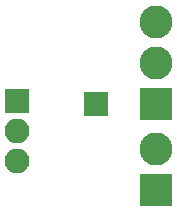
<source format=gbr>
G04 #@! TF.FileFunction,Soldermask,Bot*
%FSLAX46Y46*%
G04 Gerber Fmt 4.6, Leading zero omitted, Abs format (unit mm)*
G04 Created by KiCad (PCBNEW 4.0.5+dfsg1-4) date Sat Aug  4 04:34:50 2018*
%MOMM*%
%LPD*%
G01*
G04 APERTURE LIST*
%ADD10C,0.100000*%
%ADD11C,2.800000*%
%ADD12R,2.800000X2.800000*%
%ADD13R,2.100000X2.100000*%
%ADD14O,2.100000X2.100000*%
G04 APERTURE END LIST*
D10*
D11*
X136300000Y-103300000D03*
D12*
X136300000Y-106800000D03*
D13*
X131200000Y-99500000D03*
X124500000Y-99250000D03*
D14*
X124500000Y-101790000D03*
X124500000Y-104330000D03*
D11*
X136300000Y-96000000D03*
X136300000Y-92500000D03*
D12*
X136300000Y-99500000D03*
M02*

</source>
